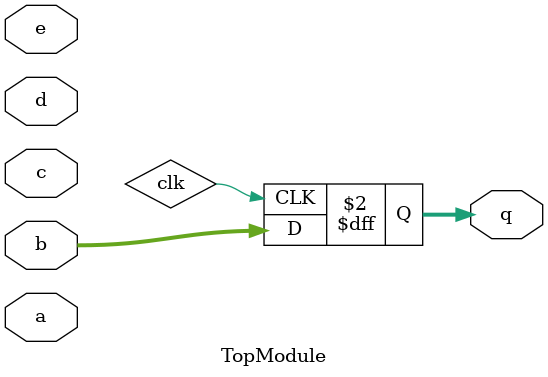
<source format=sv>

module TopModule (
  input [3:0] a,
  input [3:0] b,
  input [3:0] c,
  input [3:0] d,
  input [3:0] e,
  output reg [3:0] q
);

// Here you can define your logic for q based on the provided waveform.
// For example, if the circuit's behavior is to simply repeat the value of b, you could write:

always @(posedge clk) begin
    q <= b;
end

// If the circuit has more complex logic, replace the above always block with your implementation.

endmodule

// VERILOG-EVAL: errant inclusion of module definition

</source>
